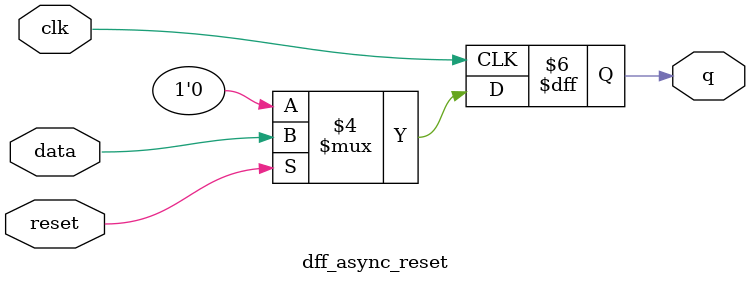
<source format=v>
`timescale 1ns / 1ps

module dff_async_reset # (parameter WIDTH=1) (
data  , // Data Input
clk    , // Clock Input
reset , // Reset input 
q         // Q output
);
//-----------Input Ports---------------
input [WIDTH-1:0] data;
input clk, reset ; 

//-----------Output Ports---------------
output reg [WIDTH-1:0] q;

//-------------Code Starts Here---------
always @ ( posedge clk)
if (~reset) begin
  q <= 1'b0;
end  else begin
  q <= data;
end

endmodule //End Of Module dff_async_reset

</source>
